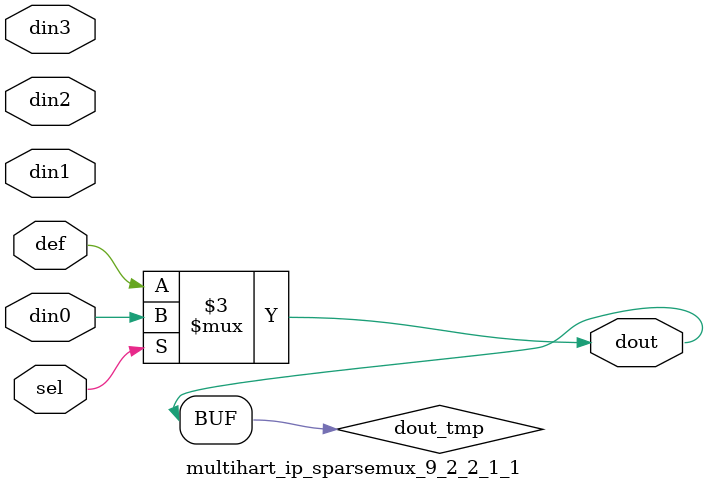
<source format=v>
`timescale 1ns / 1ps

module multihart_ip_sparsemux_9_2_2_1_1 (din0,din1,din2,din3,def,sel,dout);

parameter din0_WIDTH = 1;

parameter din1_WIDTH = 1;

parameter din2_WIDTH = 1;

parameter din3_WIDTH = 1;

parameter def_WIDTH = 1;
parameter sel_WIDTH = 1;
parameter dout_WIDTH = 1;

parameter [sel_WIDTH-1:0] CASE0 = 1;

parameter [sel_WIDTH-1:0] CASE1 = 1;

parameter [sel_WIDTH-1:0] CASE2 = 1;

parameter [sel_WIDTH-1:0] CASE3 = 1;

parameter ID = 1;
parameter NUM_STAGE = 1;



input [din0_WIDTH-1:0] din0;

input [din1_WIDTH-1:0] din1;

input [din2_WIDTH-1:0] din2;

input [din3_WIDTH-1:0] din3;

input [def_WIDTH-1:0] def;
input [sel_WIDTH-1:0] sel;

output [dout_WIDTH-1:0] dout;



reg [dout_WIDTH-1:0] dout_tmp;


always @ (*) begin
(* parallel_case *) case (sel)
    
    CASE0 : dout_tmp = din0;
    
    CASE1 : dout_tmp = din1;
    
    CASE2 : dout_tmp = din2;
    
    CASE3 : dout_tmp = din3;
    
    default : dout_tmp = def;
endcase
end


assign dout = dout_tmp;



endmodule

</source>
